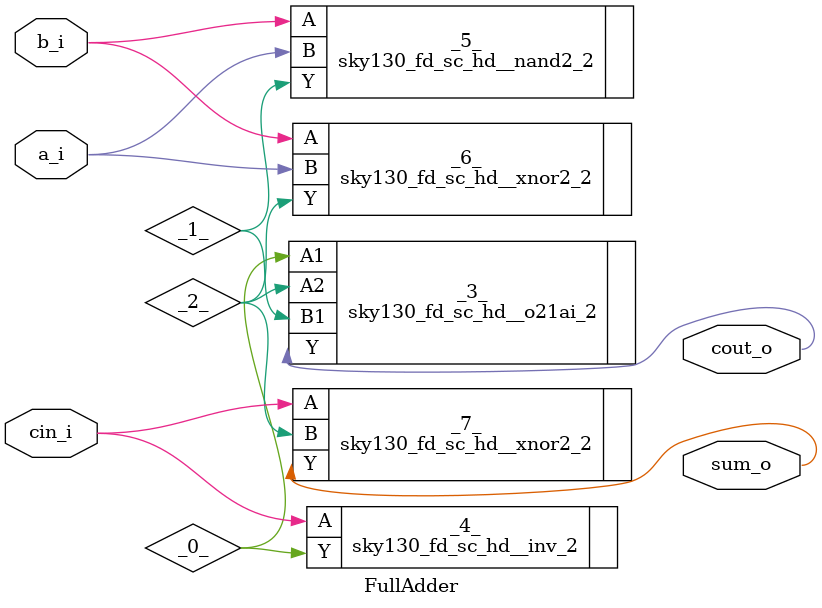
<source format=v>
/* Generated by Yosys 0.46 (git sha1 e97731b9dda91fa5fa53ed87df7c34163ba59a41, clang++ 17.0.6 -fPIC -O3) */

module FullAdder(a_i, b_i, cin_i, sum_o, cout_o);
  wire _0_;
  wire _1_;
  wire _2_;
  input a_i;
  wire a_i;
  input b_i;
  wire b_i;
  input cin_i;
  wire cin_i;
  output cout_o;
  wire cout_o;
  output sum_o;
  wire sum_o;
  sky130_fd_sc_hd__o21ai_2 _3_ (
    .A1(_0_),
    .A2(_2_),
    .B1(_1_),
    .Y(cout_o)
  );
  sky130_fd_sc_hd__inv_2 _4_ (
    .A(cin_i),
    .Y(_0_)
  );
  sky130_fd_sc_hd__nand2_2 _5_ (
    .A(b_i),
    .B(a_i),
    .Y(_1_)
  );
  sky130_fd_sc_hd__xnor2_2 _6_ (
    .A(b_i),
    .B(a_i),
    .Y(_2_)
  );
  sky130_fd_sc_hd__xnor2_2 _7_ (
    .A(cin_i),
    .B(_2_),
    .Y(sum_o)
  );
endmodule

</source>
